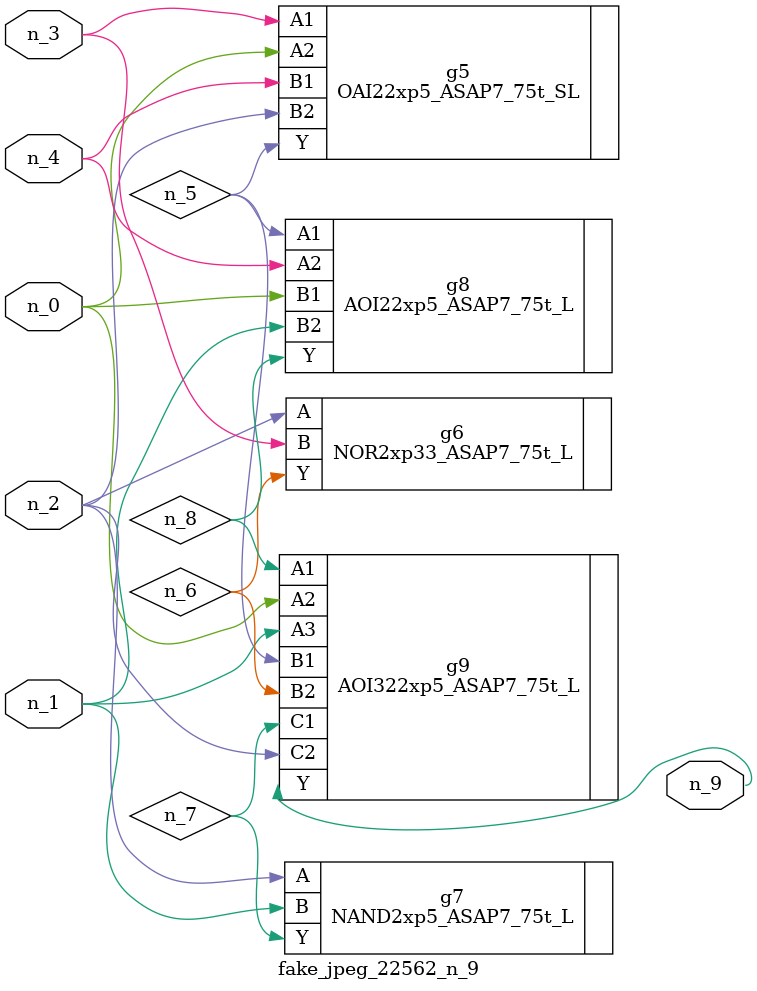
<source format=v>
module fake_jpeg_22562_n_9 (n_3, n_2, n_1, n_0, n_4, n_9);

input n_3;
input n_2;
input n_1;
input n_0;
input n_4;

output n_9;

wire n_8;
wire n_6;
wire n_5;
wire n_7;

OAI22xp5_ASAP7_75t_SL g5 ( 
.A1(n_3),
.A2(n_0),
.B1(n_4),
.B2(n_2),
.Y(n_5)
);

NOR2xp33_ASAP7_75t_L g6 ( 
.A(n_2),
.B(n_3),
.Y(n_6)
);

NAND2xp5_ASAP7_75t_L g7 ( 
.A(n_2),
.B(n_1),
.Y(n_7)
);

AOI22xp5_ASAP7_75t_L g8 ( 
.A1(n_5),
.A2(n_4),
.B1(n_0),
.B2(n_1),
.Y(n_8)
);

AOI322xp5_ASAP7_75t_L g9 ( 
.A1(n_8),
.A2(n_0),
.A3(n_1),
.B1(n_5),
.B2(n_6),
.C1(n_7),
.C2(n_2),
.Y(n_9)
);


endmodule
</source>
